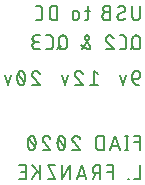
<source format=gbr>
G04 EAGLE Gerber RS-274X export*
G75*
%MOMM*%
%FSLAX34Y34*%
%LPD*%
%INSilkscreen Bottom*%
%IPPOS*%
%AMOC8*
5,1,8,0,0,1.08239X$1,22.5*%
G01*
%ADD10C,0.203200*%


D10*
X183984Y342984D02*
X183984Y334340D01*
X183982Y334227D01*
X183976Y334113D01*
X183967Y334000D01*
X183953Y333887D01*
X183936Y333775D01*
X183914Y333664D01*
X183889Y333553D01*
X183861Y333443D01*
X183828Y333334D01*
X183792Y333227D01*
X183752Y333121D01*
X183709Y333016D01*
X183662Y332912D01*
X183611Y332811D01*
X183557Y332711D01*
X183500Y332613D01*
X183439Y332517D01*
X183376Y332423D01*
X183309Y332332D01*
X183238Y332242D01*
X183165Y332155D01*
X183089Y332071D01*
X183010Y331990D01*
X182929Y331911D01*
X182845Y331835D01*
X182758Y331762D01*
X182668Y331691D01*
X182577Y331624D01*
X182483Y331561D01*
X182387Y331500D01*
X182289Y331443D01*
X182189Y331389D01*
X182088Y331338D01*
X181984Y331291D01*
X181879Y331248D01*
X181773Y331208D01*
X181666Y331172D01*
X181557Y331139D01*
X181447Y331111D01*
X181336Y331086D01*
X181225Y331064D01*
X181113Y331047D01*
X181000Y331033D01*
X180887Y331024D01*
X180773Y331018D01*
X180660Y331016D01*
X180547Y331018D01*
X180433Y331024D01*
X180320Y331033D01*
X180207Y331047D01*
X180095Y331064D01*
X179984Y331086D01*
X179873Y331111D01*
X179763Y331139D01*
X179654Y331172D01*
X179547Y331208D01*
X179441Y331248D01*
X179336Y331291D01*
X179232Y331338D01*
X179131Y331389D01*
X179031Y331443D01*
X178933Y331500D01*
X178837Y331561D01*
X178743Y331624D01*
X178652Y331691D01*
X178562Y331762D01*
X178475Y331835D01*
X178391Y331911D01*
X178310Y331990D01*
X178231Y332071D01*
X178155Y332155D01*
X178082Y332242D01*
X178011Y332332D01*
X177944Y332423D01*
X177881Y332517D01*
X177820Y332613D01*
X177763Y332711D01*
X177709Y332811D01*
X177658Y332912D01*
X177611Y333016D01*
X177568Y333121D01*
X177528Y333227D01*
X177492Y333334D01*
X177459Y333443D01*
X177431Y333553D01*
X177406Y333664D01*
X177384Y333775D01*
X177367Y333887D01*
X177353Y334000D01*
X177344Y334113D01*
X177338Y334227D01*
X177336Y334340D01*
X177335Y334340D02*
X177335Y342984D01*
X167395Y331016D02*
X167293Y331018D01*
X167191Y331024D01*
X167090Y331034D01*
X166989Y331047D01*
X166889Y331065D01*
X166789Y331086D01*
X166690Y331111D01*
X166592Y331140D01*
X166496Y331173D01*
X166401Y331209D01*
X166307Y331249D01*
X166215Y331292D01*
X166124Y331339D01*
X166036Y331390D01*
X165949Y331443D01*
X165865Y331500D01*
X165782Y331561D01*
X165703Y331624D01*
X165625Y331690D01*
X165550Y331759D01*
X165478Y331831D01*
X165409Y331906D01*
X165343Y331984D01*
X165280Y332063D01*
X165219Y332146D01*
X165162Y332230D01*
X165109Y332317D01*
X165058Y332405D01*
X165011Y332496D01*
X164968Y332588D01*
X164928Y332682D01*
X164892Y332777D01*
X164859Y332873D01*
X164830Y332971D01*
X164805Y333070D01*
X164784Y333170D01*
X164766Y333270D01*
X164753Y333371D01*
X164743Y333472D01*
X164737Y333574D01*
X164735Y333676D01*
X167395Y331016D02*
X167543Y331018D01*
X167691Y331024D01*
X167838Y331034D01*
X167985Y331047D01*
X168132Y331065D01*
X168278Y331086D01*
X168424Y331111D01*
X168569Y331140D01*
X168713Y331173D01*
X168857Y331209D01*
X168999Y331250D01*
X169140Y331294D01*
X169280Y331342D01*
X169419Y331393D01*
X169556Y331448D01*
X169692Y331507D01*
X169826Y331569D01*
X169958Y331635D01*
X170089Y331704D01*
X170218Y331777D01*
X170344Y331852D01*
X170469Y331932D01*
X170592Y332014D01*
X170712Y332100D01*
X170831Y332189D01*
X170946Y332281D01*
X171060Y332376D01*
X171170Y332474D01*
X171279Y332575D01*
X171384Y332678D01*
X171052Y340324D02*
X171050Y340426D01*
X171044Y340528D01*
X171034Y340629D01*
X171021Y340730D01*
X171003Y340830D01*
X170982Y340930D01*
X170957Y341029D01*
X170928Y341127D01*
X170895Y341223D01*
X170859Y341318D01*
X170819Y341412D01*
X170776Y341504D01*
X170729Y341595D01*
X170678Y341683D01*
X170625Y341770D01*
X170568Y341854D01*
X170507Y341937D01*
X170444Y342016D01*
X170378Y342094D01*
X170309Y342169D01*
X170237Y342241D01*
X170162Y342310D01*
X170084Y342376D01*
X170005Y342439D01*
X169922Y342500D01*
X169838Y342557D01*
X169751Y342610D01*
X169663Y342661D01*
X169572Y342708D01*
X169480Y342751D01*
X169386Y342791D01*
X169291Y342827D01*
X169195Y342860D01*
X169097Y342889D01*
X168998Y342914D01*
X168898Y342935D01*
X168798Y342953D01*
X168697Y342966D01*
X168596Y342976D01*
X168494Y342982D01*
X168392Y342984D01*
X168252Y342982D01*
X168113Y342976D01*
X167974Y342966D01*
X167835Y342953D01*
X167697Y342935D01*
X167559Y342914D01*
X167422Y342889D01*
X167285Y342860D01*
X167149Y342827D01*
X167015Y342790D01*
X166881Y342750D01*
X166749Y342706D01*
X166618Y342658D01*
X166488Y342606D01*
X166360Y342551D01*
X166233Y342493D01*
X166108Y342430D01*
X165985Y342365D01*
X165864Y342296D01*
X165745Y342223D01*
X165628Y342148D01*
X165513Y342069D01*
X165400Y341987D01*
X169721Y337997D02*
X169807Y338049D01*
X169890Y338105D01*
X169971Y338164D01*
X170050Y338225D01*
X170127Y338290D01*
X170201Y338357D01*
X170273Y338427D01*
X170342Y338500D01*
X170408Y338575D01*
X170471Y338652D01*
X170532Y338732D01*
X170589Y338814D01*
X170644Y338898D01*
X170695Y338984D01*
X170743Y339072D01*
X170788Y339161D01*
X170829Y339253D01*
X170867Y339345D01*
X170902Y339439D01*
X170933Y339534D01*
X170961Y339631D01*
X170984Y339728D01*
X171005Y339826D01*
X171021Y339925D01*
X171034Y340024D01*
X171044Y340124D01*
X171049Y340224D01*
X171051Y340324D01*
X166065Y336003D02*
X165979Y335951D01*
X165896Y335895D01*
X165815Y335836D01*
X165736Y335775D01*
X165659Y335710D01*
X165585Y335643D01*
X165513Y335573D01*
X165444Y335501D01*
X165378Y335425D01*
X165315Y335348D01*
X165254Y335268D01*
X165197Y335186D01*
X165142Y335102D01*
X165091Y335016D01*
X165043Y334928D01*
X164998Y334839D01*
X164957Y334747D01*
X164919Y334655D01*
X164884Y334561D01*
X164853Y334466D01*
X164825Y334369D01*
X164802Y334272D01*
X164781Y334174D01*
X164765Y334075D01*
X164752Y333976D01*
X164742Y333876D01*
X164737Y333776D01*
X164735Y333676D01*
X166065Y336003D02*
X169722Y337997D01*
X158521Y337665D02*
X155197Y337665D01*
X155197Y337664D02*
X155084Y337662D01*
X154970Y337656D01*
X154857Y337647D01*
X154744Y337633D01*
X154632Y337616D01*
X154521Y337594D01*
X154410Y337569D01*
X154300Y337541D01*
X154191Y337508D01*
X154084Y337472D01*
X153978Y337432D01*
X153873Y337389D01*
X153769Y337342D01*
X153668Y337291D01*
X153568Y337237D01*
X153470Y337180D01*
X153374Y337119D01*
X153280Y337056D01*
X153189Y336989D01*
X153099Y336918D01*
X153012Y336845D01*
X152928Y336769D01*
X152847Y336690D01*
X152768Y336609D01*
X152692Y336525D01*
X152619Y336438D01*
X152548Y336348D01*
X152481Y336257D01*
X152418Y336163D01*
X152357Y336067D01*
X152300Y335969D01*
X152246Y335869D01*
X152195Y335768D01*
X152148Y335664D01*
X152105Y335559D01*
X152065Y335453D01*
X152029Y335346D01*
X151996Y335237D01*
X151968Y335127D01*
X151943Y335016D01*
X151921Y334905D01*
X151904Y334793D01*
X151890Y334680D01*
X151881Y334567D01*
X151875Y334453D01*
X151873Y334340D01*
X151875Y334227D01*
X151881Y334113D01*
X151890Y334000D01*
X151904Y333887D01*
X151921Y333775D01*
X151943Y333664D01*
X151968Y333553D01*
X151996Y333443D01*
X152029Y333334D01*
X152065Y333227D01*
X152105Y333121D01*
X152148Y333016D01*
X152195Y332912D01*
X152246Y332811D01*
X152300Y332711D01*
X152357Y332613D01*
X152418Y332517D01*
X152481Y332423D01*
X152548Y332332D01*
X152619Y332242D01*
X152692Y332155D01*
X152768Y332071D01*
X152847Y331990D01*
X152928Y331911D01*
X153012Y331835D01*
X153099Y331762D01*
X153189Y331691D01*
X153280Y331624D01*
X153374Y331561D01*
X153470Y331500D01*
X153568Y331443D01*
X153668Y331389D01*
X153769Y331338D01*
X153873Y331291D01*
X153978Y331248D01*
X154084Y331208D01*
X154191Y331172D01*
X154300Y331139D01*
X154410Y331111D01*
X154521Y331086D01*
X154632Y331064D01*
X154744Y331047D01*
X154857Y331033D01*
X154970Y331024D01*
X155084Y331018D01*
X155197Y331016D01*
X158521Y331016D01*
X158521Y342984D01*
X155197Y342984D01*
X155095Y342982D01*
X154993Y342976D01*
X154892Y342966D01*
X154791Y342953D01*
X154691Y342935D01*
X154591Y342914D01*
X154492Y342889D01*
X154394Y342860D01*
X154298Y342827D01*
X154203Y342791D01*
X154109Y342751D01*
X154017Y342708D01*
X153926Y342661D01*
X153838Y342610D01*
X153751Y342557D01*
X153667Y342500D01*
X153584Y342439D01*
X153505Y342376D01*
X153427Y342310D01*
X153352Y342241D01*
X153280Y342169D01*
X153211Y342094D01*
X153145Y342016D01*
X153082Y341937D01*
X153021Y341854D01*
X152964Y341770D01*
X152911Y341683D01*
X152860Y341595D01*
X152813Y341504D01*
X152770Y341412D01*
X152730Y341318D01*
X152694Y341223D01*
X152661Y341127D01*
X152632Y341029D01*
X152607Y340930D01*
X152586Y340830D01*
X152568Y340730D01*
X152555Y340629D01*
X152545Y340528D01*
X152539Y340426D01*
X152537Y340324D01*
X152539Y340222D01*
X152545Y340120D01*
X152555Y340019D01*
X152568Y339918D01*
X152586Y339818D01*
X152607Y339718D01*
X152632Y339619D01*
X152661Y339521D01*
X152694Y339425D01*
X152730Y339330D01*
X152770Y339236D01*
X152813Y339144D01*
X152860Y339053D01*
X152911Y338965D01*
X152964Y338878D01*
X153021Y338794D01*
X153082Y338711D01*
X153145Y338632D01*
X153211Y338554D01*
X153280Y338479D01*
X153352Y338407D01*
X153427Y338338D01*
X153505Y338272D01*
X153584Y338209D01*
X153667Y338148D01*
X153751Y338091D01*
X153838Y338038D01*
X153926Y337987D01*
X154017Y337940D01*
X154109Y337897D01*
X154203Y337857D01*
X154298Y337821D01*
X154394Y337788D01*
X154492Y337759D01*
X154591Y337734D01*
X154691Y337713D01*
X154791Y337695D01*
X154892Y337682D01*
X154993Y337672D01*
X155095Y337666D01*
X155197Y337664D01*
X141218Y338995D02*
X137228Y338995D01*
X139888Y342984D02*
X139888Y333011D01*
X139886Y332924D01*
X139880Y332837D01*
X139871Y332751D01*
X139858Y332665D01*
X139841Y332579D01*
X139820Y332495D01*
X139796Y332411D01*
X139768Y332329D01*
X139736Y332248D01*
X139701Y332168D01*
X139663Y332090D01*
X139621Y332013D01*
X139576Y331939D01*
X139527Y331867D01*
X139476Y331797D01*
X139421Y331729D01*
X139364Y331663D01*
X139304Y331600D01*
X139241Y331540D01*
X139175Y331483D01*
X139107Y331428D01*
X139037Y331377D01*
X138965Y331328D01*
X138890Y331283D01*
X138814Y331241D01*
X138736Y331203D01*
X138656Y331168D01*
X138575Y331136D01*
X138493Y331108D01*
X138409Y331084D01*
X138325Y331063D01*
X138239Y331046D01*
X138153Y331033D01*
X138067Y331024D01*
X137980Y331018D01*
X137893Y331016D01*
X137228Y331016D01*
X132079Y333676D02*
X132079Y336335D01*
X132080Y336335D02*
X132078Y336437D01*
X132072Y336539D01*
X132062Y336640D01*
X132049Y336741D01*
X132031Y336841D01*
X132010Y336941D01*
X131985Y337040D01*
X131956Y337138D01*
X131923Y337234D01*
X131887Y337329D01*
X131847Y337423D01*
X131804Y337515D01*
X131757Y337606D01*
X131706Y337694D01*
X131653Y337781D01*
X131596Y337865D01*
X131535Y337948D01*
X131472Y338027D01*
X131406Y338105D01*
X131337Y338180D01*
X131265Y338252D01*
X131190Y338321D01*
X131112Y338387D01*
X131033Y338450D01*
X130950Y338511D01*
X130866Y338568D01*
X130779Y338621D01*
X130691Y338672D01*
X130600Y338719D01*
X130508Y338762D01*
X130414Y338802D01*
X130319Y338838D01*
X130223Y338871D01*
X130125Y338900D01*
X130026Y338925D01*
X129926Y338946D01*
X129826Y338964D01*
X129725Y338977D01*
X129624Y338987D01*
X129522Y338993D01*
X129420Y338995D01*
X129318Y338993D01*
X129216Y338987D01*
X129115Y338977D01*
X129014Y338964D01*
X128914Y338946D01*
X128814Y338925D01*
X128715Y338900D01*
X128617Y338871D01*
X128521Y338838D01*
X128426Y338802D01*
X128332Y338762D01*
X128240Y338719D01*
X128149Y338672D01*
X128061Y338621D01*
X127974Y338568D01*
X127890Y338511D01*
X127807Y338450D01*
X127728Y338387D01*
X127650Y338321D01*
X127575Y338252D01*
X127503Y338180D01*
X127434Y338105D01*
X127368Y338027D01*
X127305Y337948D01*
X127244Y337865D01*
X127187Y337781D01*
X127134Y337694D01*
X127083Y337606D01*
X127036Y337515D01*
X126993Y337423D01*
X126953Y337329D01*
X126917Y337234D01*
X126884Y337138D01*
X126855Y337040D01*
X126830Y336941D01*
X126809Y336841D01*
X126791Y336741D01*
X126778Y336640D01*
X126768Y336539D01*
X126762Y336437D01*
X126760Y336335D01*
X126760Y333676D01*
X126762Y333574D01*
X126768Y333472D01*
X126778Y333371D01*
X126791Y333270D01*
X126809Y333170D01*
X126830Y333070D01*
X126855Y332971D01*
X126884Y332873D01*
X126917Y332777D01*
X126953Y332682D01*
X126993Y332588D01*
X127036Y332496D01*
X127083Y332405D01*
X127134Y332317D01*
X127187Y332230D01*
X127244Y332146D01*
X127305Y332063D01*
X127368Y331984D01*
X127434Y331906D01*
X127503Y331831D01*
X127575Y331759D01*
X127650Y331690D01*
X127728Y331624D01*
X127807Y331561D01*
X127890Y331500D01*
X127974Y331443D01*
X128061Y331390D01*
X128149Y331339D01*
X128240Y331292D01*
X128332Y331249D01*
X128426Y331209D01*
X128521Y331173D01*
X128617Y331140D01*
X128715Y331111D01*
X128814Y331086D01*
X128914Y331065D01*
X129014Y331047D01*
X129115Y331034D01*
X129216Y331024D01*
X129318Y331018D01*
X129420Y331016D01*
X129522Y331018D01*
X129624Y331024D01*
X129725Y331034D01*
X129826Y331047D01*
X129926Y331065D01*
X130026Y331086D01*
X130125Y331111D01*
X130223Y331140D01*
X130319Y331173D01*
X130414Y331209D01*
X130508Y331249D01*
X130600Y331292D01*
X130691Y331339D01*
X130779Y331390D01*
X130866Y331443D01*
X130950Y331500D01*
X131033Y331561D01*
X131112Y331624D01*
X131190Y331690D01*
X131265Y331759D01*
X131337Y331831D01*
X131406Y331906D01*
X131472Y331984D01*
X131535Y332063D01*
X131596Y332146D01*
X131653Y332230D01*
X131706Y332317D01*
X131757Y332405D01*
X131804Y332496D01*
X131847Y332588D01*
X131887Y332682D01*
X131923Y332777D01*
X131956Y332873D01*
X131985Y332971D01*
X132010Y333070D01*
X132031Y333170D01*
X132049Y333270D01*
X132062Y333371D01*
X132072Y333472D01*
X132078Y333574D01*
X132080Y333676D01*
X113844Y331016D02*
X113844Y342984D01*
X110520Y342984D01*
X110407Y342982D01*
X110293Y342976D01*
X110180Y342967D01*
X110067Y342953D01*
X109955Y342936D01*
X109844Y342914D01*
X109733Y342889D01*
X109623Y342861D01*
X109514Y342828D01*
X109407Y342792D01*
X109301Y342752D01*
X109196Y342709D01*
X109092Y342662D01*
X108991Y342611D01*
X108891Y342557D01*
X108793Y342500D01*
X108697Y342439D01*
X108603Y342376D01*
X108512Y342309D01*
X108422Y342238D01*
X108335Y342165D01*
X108251Y342089D01*
X108170Y342010D01*
X108091Y341929D01*
X108015Y341845D01*
X107942Y341758D01*
X107871Y341668D01*
X107804Y341577D01*
X107741Y341483D01*
X107680Y341387D01*
X107623Y341289D01*
X107569Y341189D01*
X107518Y341088D01*
X107471Y340984D01*
X107428Y340879D01*
X107388Y340773D01*
X107352Y340666D01*
X107319Y340557D01*
X107291Y340447D01*
X107266Y340336D01*
X107244Y340225D01*
X107227Y340113D01*
X107213Y340000D01*
X107204Y339887D01*
X107198Y339773D01*
X107196Y339660D01*
X107195Y339660D02*
X107195Y334340D01*
X107196Y334340D02*
X107198Y334227D01*
X107204Y334113D01*
X107213Y334000D01*
X107227Y333887D01*
X107244Y333775D01*
X107266Y333664D01*
X107291Y333553D01*
X107319Y333443D01*
X107352Y333334D01*
X107388Y333227D01*
X107428Y333121D01*
X107471Y333016D01*
X107518Y332912D01*
X107569Y332811D01*
X107623Y332711D01*
X107680Y332613D01*
X107741Y332517D01*
X107804Y332423D01*
X107871Y332332D01*
X107942Y332242D01*
X108015Y332155D01*
X108091Y332071D01*
X108170Y331990D01*
X108251Y331911D01*
X108335Y331835D01*
X108422Y331762D01*
X108512Y331691D01*
X108603Y331624D01*
X108697Y331561D01*
X108793Y331500D01*
X108891Y331443D01*
X108991Y331389D01*
X109092Y331338D01*
X109196Y331291D01*
X109301Y331248D01*
X109407Y331208D01*
X109514Y331172D01*
X109623Y331139D01*
X109733Y331111D01*
X109844Y331086D01*
X109955Y331064D01*
X110067Y331047D01*
X110180Y331033D01*
X110293Y331024D01*
X110407Y331018D01*
X110520Y331016D01*
X113844Y331016D01*
X98216Y331016D02*
X95557Y331016D01*
X98216Y331016D02*
X98318Y331018D01*
X98420Y331024D01*
X98521Y331034D01*
X98622Y331047D01*
X98722Y331065D01*
X98822Y331086D01*
X98921Y331111D01*
X99019Y331140D01*
X99115Y331173D01*
X99210Y331209D01*
X99304Y331249D01*
X99396Y331292D01*
X99487Y331339D01*
X99575Y331390D01*
X99662Y331443D01*
X99746Y331500D01*
X99829Y331561D01*
X99908Y331624D01*
X99986Y331690D01*
X100061Y331759D01*
X100133Y331831D01*
X100202Y331906D01*
X100268Y331984D01*
X100331Y332063D01*
X100392Y332146D01*
X100449Y332230D01*
X100502Y332317D01*
X100553Y332405D01*
X100600Y332496D01*
X100643Y332588D01*
X100683Y332682D01*
X100719Y332777D01*
X100752Y332873D01*
X100781Y332971D01*
X100806Y333070D01*
X100827Y333170D01*
X100845Y333270D01*
X100858Y333371D01*
X100868Y333472D01*
X100874Y333574D01*
X100876Y333676D01*
X100876Y340324D01*
X100874Y340426D01*
X100868Y340528D01*
X100858Y340629D01*
X100845Y340730D01*
X100827Y340830D01*
X100806Y340930D01*
X100781Y341029D01*
X100752Y341127D01*
X100719Y341223D01*
X100683Y341318D01*
X100643Y341412D01*
X100600Y341504D01*
X100553Y341595D01*
X100502Y341683D01*
X100449Y341770D01*
X100392Y341854D01*
X100331Y341937D01*
X100268Y342016D01*
X100202Y342094D01*
X100133Y342169D01*
X100061Y342241D01*
X99986Y342310D01*
X99908Y342376D01*
X99829Y342439D01*
X99746Y342500D01*
X99662Y342557D01*
X99575Y342610D01*
X99487Y342661D01*
X99396Y342708D01*
X99304Y342751D01*
X99210Y342791D01*
X99115Y342827D01*
X99019Y342860D01*
X98921Y342889D01*
X98822Y342914D01*
X98722Y342935D01*
X98622Y342953D01*
X98521Y342966D01*
X98420Y342976D01*
X98318Y342982D01*
X98216Y342984D01*
X95557Y342984D01*
X177335Y281335D02*
X181324Y281335D01*
X181426Y281337D01*
X181528Y281343D01*
X181629Y281353D01*
X181730Y281366D01*
X181830Y281384D01*
X181930Y281405D01*
X182029Y281430D01*
X182127Y281459D01*
X182223Y281492D01*
X182318Y281528D01*
X182412Y281568D01*
X182504Y281611D01*
X182595Y281658D01*
X182683Y281709D01*
X182770Y281762D01*
X182854Y281819D01*
X182937Y281880D01*
X183016Y281943D01*
X183094Y282009D01*
X183169Y282078D01*
X183241Y282150D01*
X183310Y282225D01*
X183376Y282303D01*
X183439Y282382D01*
X183500Y282465D01*
X183557Y282549D01*
X183610Y282636D01*
X183661Y282724D01*
X183708Y282815D01*
X183751Y282907D01*
X183791Y283001D01*
X183827Y283096D01*
X183860Y283192D01*
X183889Y283290D01*
X183914Y283389D01*
X183935Y283489D01*
X183953Y283589D01*
X183966Y283690D01*
X183976Y283791D01*
X183982Y283893D01*
X183984Y283995D01*
X183984Y284660D01*
X183982Y284773D01*
X183976Y284887D01*
X183967Y285000D01*
X183953Y285113D01*
X183936Y285225D01*
X183914Y285336D01*
X183889Y285447D01*
X183861Y285557D01*
X183828Y285666D01*
X183792Y285773D01*
X183752Y285879D01*
X183709Y285984D01*
X183662Y286088D01*
X183611Y286189D01*
X183557Y286289D01*
X183500Y286387D01*
X183439Y286483D01*
X183376Y286577D01*
X183309Y286668D01*
X183238Y286758D01*
X183165Y286845D01*
X183089Y286929D01*
X183010Y287010D01*
X182929Y287089D01*
X182845Y287165D01*
X182758Y287238D01*
X182668Y287309D01*
X182577Y287376D01*
X182483Y287439D01*
X182387Y287500D01*
X182289Y287557D01*
X182189Y287611D01*
X182088Y287662D01*
X181984Y287709D01*
X181879Y287752D01*
X181773Y287792D01*
X181666Y287828D01*
X181557Y287861D01*
X181447Y287889D01*
X181336Y287914D01*
X181225Y287936D01*
X181113Y287953D01*
X181000Y287967D01*
X180887Y287976D01*
X180773Y287982D01*
X180660Y287984D01*
X180547Y287982D01*
X180433Y287976D01*
X180320Y287967D01*
X180207Y287953D01*
X180095Y287936D01*
X179984Y287914D01*
X179873Y287889D01*
X179763Y287861D01*
X179654Y287828D01*
X179547Y287792D01*
X179441Y287752D01*
X179336Y287709D01*
X179232Y287662D01*
X179131Y287611D01*
X179031Y287557D01*
X178933Y287500D01*
X178837Y287439D01*
X178743Y287376D01*
X178652Y287309D01*
X178562Y287238D01*
X178475Y287165D01*
X178391Y287089D01*
X178310Y287010D01*
X178231Y286929D01*
X178155Y286845D01*
X178082Y286758D01*
X178011Y286668D01*
X177944Y286577D01*
X177881Y286483D01*
X177820Y286387D01*
X177763Y286289D01*
X177709Y286189D01*
X177658Y286088D01*
X177611Y285984D01*
X177568Y285879D01*
X177528Y285773D01*
X177492Y285666D01*
X177459Y285557D01*
X177431Y285447D01*
X177406Y285336D01*
X177384Y285225D01*
X177367Y285113D01*
X177353Y285000D01*
X177344Y284887D01*
X177338Y284773D01*
X177336Y284660D01*
X177335Y284660D02*
X177335Y281335D01*
X177337Y281191D01*
X177343Y281047D01*
X177353Y280903D01*
X177366Y280760D01*
X177384Y280617D01*
X177405Y280474D01*
X177430Y280333D01*
X177459Y280192D01*
X177492Y280051D01*
X177529Y279912D01*
X177569Y279774D01*
X177613Y279637D01*
X177661Y279501D01*
X177713Y279366D01*
X177768Y279233D01*
X177827Y279102D01*
X177889Y278972D01*
X177955Y278844D01*
X178024Y278717D01*
X178096Y278593D01*
X178172Y278470D01*
X178252Y278350D01*
X178334Y278232D01*
X178420Y278116D01*
X178508Y278003D01*
X178600Y277892D01*
X178695Y277783D01*
X178792Y277677D01*
X178893Y277574D01*
X178996Y277473D01*
X179102Y277376D01*
X179211Y277281D01*
X179322Y277189D01*
X179435Y277101D01*
X179551Y277015D01*
X179669Y276933D01*
X179789Y276853D01*
X179912Y276777D01*
X180036Y276705D01*
X180163Y276636D01*
X180291Y276570D01*
X180421Y276508D01*
X180552Y276449D01*
X180685Y276394D01*
X180820Y276342D01*
X180956Y276294D01*
X181093Y276250D01*
X181231Y276210D01*
X181370Y276173D01*
X181511Y276140D01*
X181652Y276111D01*
X181793Y276086D01*
X181936Y276065D01*
X182079Y276047D01*
X182222Y276034D01*
X182366Y276024D01*
X182510Y276018D01*
X182654Y276016D01*
X171979Y283995D02*
X169320Y276016D01*
X166660Y283995D01*
X147864Y285324D02*
X144540Y287984D01*
X144540Y276016D01*
X147864Y276016D02*
X141215Y276016D01*
X131607Y287984D02*
X131500Y287982D01*
X131394Y287976D01*
X131287Y287967D01*
X131181Y287954D01*
X131076Y287936D01*
X130971Y287916D01*
X130867Y287891D01*
X130764Y287863D01*
X130662Y287831D01*
X130561Y287795D01*
X130462Y287756D01*
X130364Y287714D01*
X130268Y287668D01*
X130173Y287618D01*
X130080Y287565D01*
X129989Y287509D01*
X129901Y287450D01*
X129814Y287387D01*
X129730Y287322D01*
X129648Y287253D01*
X129568Y287182D01*
X129491Y287108D01*
X129417Y287031D01*
X129346Y286951D01*
X129277Y286869D01*
X129212Y286785D01*
X129149Y286698D01*
X129090Y286610D01*
X129034Y286519D01*
X128981Y286426D01*
X128931Y286331D01*
X128885Y286235D01*
X128843Y286137D01*
X128804Y286038D01*
X128768Y285937D01*
X128736Y285835D01*
X128708Y285732D01*
X128683Y285628D01*
X128663Y285523D01*
X128645Y285418D01*
X128632Y285312D01*
X128623Y285205D01*
X128617Y285099D01*
X128615Y284992D01*
X131607Y287984D02*
X131728Y287982D01*
X131849Y287976D01*
X131969Y287967D01*
X132089Y287954D01*
X132209Y287937D01*
X132328Y287916D01*
X132446Y287891D01*
X132564Y287863D01*
X132680Y287831D01*
X132796Y287796D01*
X132910Y287756D01*
X133023Y287714D01*
X133135Y287667D01*
X133245Y287618D01*
X133353Y287564D01*
X133460Y287508D01*
X133565Y287448D01*
X133668Y287385D01*
X133769Y287318D01*
X133868Y287249D01*
X133965Y287176D01*
X134059Y287101D01*
X134151Y287022D01*
X134240Y286941D01*
X134327Y286856D01*
X134411Y286770D01*
X134492Y286680D01*
X134570Y286588D01*
X134646Y286494D01*
X134718Y286397D01*
X134788Y286298D01*
X134854Y286197D01*
X134917Y286094D01*
X134977Y285989D01*
X135033Y285882D01*
X135087Y285774D01*
X135136Y285664D01*
X135182Y285552D01*
X135225Y285439D01*
X135264Y285324D01*
X129612Y282665D02*
X129535Y282741D01*
X129461Y282819D01*
X129389Y282901D01*
X129319Y282984D01*
X129253Y283070D01*
X129190Y283158D01*
X129129Y283248D01*
X129072Y283340D01*
X129018Y283434D01*
X128967Y283530D01*
X128919Y283627D01*
X128875Y283726D01*
X128834Y283826D01*
X128796Y283928D01*
X128762Y284031D01*
X128731Y284135D01*
X128704Y284240D01*
X128681Y284346D01*
X128661Y284452D01*
X128644Y284560D01*
X128631Y284667D01*
X128622Y284775D01*
X128617Y284884D01*
X128615Y284992D01*
X129613Y282665D02*
X135264Y276016D01*
X128615Y276016D01*
X120600Y276016D02*
X123259Y283995D01*
X117940Y283995D02*
X120600Y276016D01*
X95487Y287984D02*
X95380Y287982D01*
X95274Y287976D01*
X95167Y287967D01*
X95061Y287954D01*
X94956Y287936D01*
X94851Y287916D01*
X94747Y287891D01*
X94644Y287863D01*
X94542Y287831D01*
X94441Y287795D01*
X94342Y287756D01*
X94244Y287714D01*
X94148Y287668D01*
X94053Y287618D01*
X93960Y287565D01*
X93869Y287509D01*
X93781Y287450D01*
X93694Y287387D01*
X93610Y287322D01*
X93528Y287253D01*
X93448Y287182D01*
X93371Y287108D01*
X93297Y287031D01*
X93226Y286951D01*
X93157Y286869D01*
X93092Y286785D01*
X93029Y286698D01*
X92970Y286610D01*
X92914Y286519D01*
X92861Y286426D01*
X92811Y286331D01*
X92765Y286235D01*
X92723Y286137D01*
X92684Y286038D01*
X92648Y285937D01*
X92616Y285835D01*
X92588Y285732D01*
X92563Y285628D01*
X92543Y285523D01*
X92525Y285418D01*
X92512Y285312D01*
X92503Y285205D01*
X92497Y285099D01*
X92495Y284992D01*
X95487Y287984D02*
X95608Y287982D01*
X95729Y287976D01*
X95849Y287967D01*
X95969Y287954D01*
X96089Y287937D01*
X96208Y287916D01*
X96326Y287891D01*
X96444Y287863D01*
X96560Y287831D01*
X96676Y287796D01*
X96790Y287756D01*
X96903Y287714D01*
X97015Y287667D01*
X97125Y287618D01*
X97233Y287564D01*
X97340Y287508D01*
X97445Y287448D01*
X97548Y287385D01*
X97649Y287318D01*
X97748Y287249D01*
X97845Y287176D01*
X97939Y287101D01*
X98031Y287022D01*
X98120Y286941D01*
X98207Y286856D01*
X98291Y286770D01*
X98372Y286680D01*
X98450Y286588D01*
X98526Y286494D01*
X98598Y286397D01*
X98668Y286298D01*
X98734Y286197D01*
X98797Y286094D01*
X98857Y285989D01*
X98913Y285882D01*
X98967Y285774D01*
X99016Y285664D01*
X99062Y285552D01*
X99105Y285439D01*
X99144Y285324D01*
X93492Y282665D02*
X93415Y282741D01*
X93341Y282819D01*
X93269Y282901D01*
X93199Y282984D01*
X93133Y283070D01*
X93070Y283158D01*
X93009Y283248D01*
X92952Y283340D01*
X92898Y283434D01*
X92847Y283530D01*
X92799Y283627D01*
X92755Y283726D01*
X92714Y283826D01*
X92676Y283928D01*
X92642Y284031D01*
X92611Y284135D01*
X92584Y284240D01*
X92561Y284346D01*
X92541Y284452D01*
X92524Y284560D01*
X92511Y284667D01*
X92502Y284775D01*
X92497Y284884D01*
X92495Y284992D01*
X93493Y282665D02*
X99144Y276016D01*
X92495Y276016D01*
X86545Y282000D02*
X86542Y282235D01*
X86534Y282471D01*
X86520Y282706D01*
X86500Y282940D01*
X86475Y283175D01*
X86444Y283408D01*
X86408Y283641D01*
X86366Y283872D01*
X86318Y284103D01*
X86265Y284332D01*
X86207Y284560D01*
X86143Y284787D01*
X86074Y285012D01*
X85999Y285235D01*
X85919Y285457D01*
X85834Y285676D01*
X85744Y285894D01*
X85648Y286109D01*
X85548Y286322D01*
X85547Y286322D02*
X85513Y286414D01*
X85476Y286505D01*
X85435Y286595D01*
X85390Y286683D01*
X85342Y286768D01*
X85291Y286852D01*
X85236Y286934D01*
X85178Y287014D01*
X85117Y287091D01*
X85052Y287165D01*
X84985Y287237D01*
X84915Y287307D01*
X84843Y287373D01*
X84767Y287436D01*
X84690Y287497D01*
X84610Y287554D01*
X84527Y287608D01*
X84443Y287659D01*
X84356Y287706D01*
X84268Y287749D01*
X84178Y287790D01*
X84087Y287826D01*
X83994Y287859D01*
X83900Y287888D01*
X83805Y287913D01*
X83709Y287935D01*
X83612Y287953D01*
X83515Y287966D01*
X83417Y287976D01*
X83318Y287982D01*
X83220Y287984D01*
X83122Y287982D01*
X83023Y287976D01*
X82925Y287966D01*
X82828Y287953D01*
X82731Y287935D01*
X82635Y287913D01*
X82540Y287888D01*
X82446Y287859D01*
X82353Y287826D01*
X82262Y287790D01*
X82172Y287749D01*
X82084Y287706D01*
X81997Y287659D01*
X81913Y287608D01*
X81830Y287554D01*
X81750Y287497D01*
X81673Y287436D01*
X81597Y287373D01*
X81525Y287307D01*
X81455Y287237D01*
X81388Y287165D01*
X81323Y287091D01*
X81262Y287014D01*
X81204Y286934D01*
X81149Y286852D01*
X81098Y286768D01*
X81050Y286682D01*
X81005Y286595D01*
X80964Y286505D01*
X80927Y286414D01*
X80893Y286322D01*
X80793Y286109D01*
X80697Y285894D01*
X80607Y285676D01*
X80522Y285457D01*
X80442Y285235D01*
X80367Y285012D01*
X80298Y284787D01*
X80234Y284560D01*
X80176Y284332D01*
X80123Y284103D01*
X80075Y283872D01*
X80033Y283640D01*
X79997Y283408D01*
X79966Y283174D01*
X79941Y282940D01*
X79921Y282706D01*
X79907Y282471D01*
X79899Y282235D01*
X79896Y282000D01*
X86544Y282000D02*
X86541Y281765D01*
X86533Y281529D01*
X86519Y281294D01*
X86499Y281060D01*
X86474Y280826D01*
X86443Y280592D01*
X86407Y280359D01*
X86365Y280128D01*
X86317Y279897D01*
X86264Y279668D01*
X86206Y279440D01*
X86142Y279213D01*
X86073Y278988D01*
X85998Y278765D01*
X85918Y278543D01*
X85833Y278324D01*
X85743Y278106D01*
X85647Y277891D01*
X85547Y277678D01*
X85513Y277586D01*
X85476Y277495D01*
X85435Y277405D01*
X85390Y277317D01*
X85342Y277232D01*
X85291Y277148D01*
X85236Y277066D01*
X85178Y276986D01*
X85117Y276909D01*
X85052Y276835D01*
X84985Y276763D01*
X84915Y276693D01*
X84843Y276627D01*
X84767Y276564D01*
X84690Y276503D01*
X84610Y276446D01*
X84527Y276392D01*
X84443Y276341D01*
X84356Y276294D01*
X84268Y276250D01*
X84178Y276210D01*
X84087Y276174D01*
X83994Y276141D01*
X83900Y276112D01*
X83805Y276087D01*
X83709Y276065D01*
X83612Y276047D01*
X83515Y276034D01*
X83417Y276024D01*
X83318Y276018D01*
X83220Y276016D01*
X80892Y277678D02*
X80792Y277891D01*
X80696Y278106D01*
X80606Y278323D01*
X80521Y278543D01*
X80441Y278765D01*
X80366Y278988D01*
X80297Y279213D01*
X80233Y279440D01*
X80175Y279668D01*
X80122Y279897D01*
X80074Y280128D01*
X80032Y280359D01*
X79996Y280592D01*
X79965Y280825D01*
X79940Y281060D01*
X79920Y281294D01*
X79906Y281529D01*
X79898Y281765D01*
X79895Y282000D01*
X80893Y277678D02*
X80927Y277586D01*
X80964Y277495D01*
X81005Y277405D01*
X81050Y277317D01*
X81098Y277232D01*
X81149Y277148D01*
X81204Y277066D01*
X81262Y276986D01*
X81323Y276909D01*
X81388Y276835D01*
X81455Y276763D01*
X81525Y276693D01*
X81597Y276627D01*
X81673Y276564D01*
X81750Y276503D01*
X81830Y276446D01*
X81913Y276392D01*
X81997Y276341D01*
X82084Y276294D01*
X82172Y276250D01*
X82262Y276210D01*
X82353Y276174D01*
X82446Y276141D01*
X82540Y276112D01*
X82635Y276087D01*
X82731Y276065D01*
X82828Y276047D01*
X82925Y276034D01*
X83023Y276024D01*
X83122Y276018D01*
X83220Y276016D01*
X85879Y278676D02*
X80560Y285324D01*
X74539Y283995D02*
X71880Y276016D01*
X69220Y283995D01*
X183984Y232984D02*
X183984Y221016D01*
X183984Y232984D02*
X178665Y232984D01*
X178665Y227665D02*
X183984Y227665D01*
X172715Y232984D02*
X172715Y221016D01*
X174044Y221016D02*
X171385Y221016D01*
X171385Y232984D02*
X174044Y232984D01*
X162635Y232984D02*
X166624Y221016D01*
X158645Y221016D02*
X162635Y232984D01*
X159643Y224008D02*
X165627Y224008D01*
X152939Y221016D02*
X152939Y232984D01*
X149615Y232984D01*
X149502Y232982D01*
X149388Y232976D01*
X149275Y232967D01*
X149162Y232953D01*
X149050Y232936D01*
X148939Y232914D01*
X148828Y232889D01*
X148718Y232861D01*
X148609Y232828D01*
X148502Y232792D01*
X148396Y232752D01*
X148291Y232709D01*
X148187Y232662D01*
X148086Y232611D01*
X147986Y232557D01*
X147888Y232500D01*
X147792Y232439D01*
X147698Y232376D01*
X147607Y232309D01*
X147517Y232238D01*
X147430Y232165D01*
X147346Y232089D01*
X147265Y232010D01*
X147186Y231929D01*
X147110Y231845D01*
X147037Y231758D01*
X146966Y231668D01*
X146899Y231577D01*
X146836Y231483D01*
X146775Y231387D01*
X146718Y231289D01*
X146664Y231189D01*
X146613Y231088D01*
X146566Y230984D01*
X146523Y230879D01*
X146483Y230773D01*
X146447Y230666D01*
X146414Y230557D01*
X146386Y230447D01*
X146361Y230336D01*
X146339Y230225D01*
X146322Y230113D01*
X146308Y230000D01*
X146299Y229887D01*
X146293Y229773D01*
X146291Y229660D01*
X146290Y229660D02*
X146290Y224340D01*
X146291Y224340D02*
X146293Y224227D01*
X146299Y224113D01*
X146308Y224000D01*
X146322Y223887D01*
X146339Y223775D01*
X146361Y223664D01*
X146386Y223553D01*
X146414Y223443D01*
X146447Y223334D01*
X146483Y223227D01*
X146523Y223121D01*
X146566Y223016D01*
X146613Y222912D01*
X146664Y222811D01*
X146718Y222711D01*
X146775Y222613D01*
X146836Y222517D01*
X146899Y222423D01*
X146966Y222332D01*
X147037Y222242D01*
X147110Y222155D01*
X147186Y222071D01*
X147265Y221990D01*
X147346Y221911D01*
X147430Y221835D01*
X147517Y221762D01*
X147607Y221691D01*
X147698Y221624D01*
X147792Y221561D01*
X147888Y221500D01*
X147986Y221443D01*
X148086Y221389D01*
X148187Y221338D01*
X148291Y221291D01*
X148396Y221248D01*
X148502Y221208D01*
X148609Y221172D01*
X148718Y221139D01*
X148828Y221111D01*
X148939Y221086D01*
X149050Y221064D01*
X149162Y221047D01*
X149275Y221033D01*
X149388Y221024D01*
X149502Y221018D01*
X149615Y221016D01*
X152939Y221016D01*
X129542Y232984D02*
X129435Y232982D01*
X129329Y232976D01*
X129222Y232967D01*
X129116Y232954D01*
X129011Y232936D01*
X128906Y232916D01*
X128802Y232891D01*
X128699Y232863D01*
X128597Y232831D01*
X128496Y232795D01*
X128397Y232756D01*
X128299Y232714D01*
X128203Y232668D01*
X128108Y232618D01*
X128015Y232565D01*
X127924Y232509D01*
X127836Y232450D01*
X127749Y232387D01*
X127665Y232322D01*
X127583Y232253D01*
X127503Y232182D01*
X127426Y232108D01*
X127352Y232031D01*
X127281Y231951D01*
X127212Y231869D01*
X127147Y231785D01*
X127084Y231698D01*
X127025Y231610D01*
X126969Y231519D01*
X126916Y231426D01*
X126866Y231331D01*
X126820Y231235D01*
X126778Y231137D01*
X126739Y231038D01*
X126703Y230937D01*
X126671Y230835D01*
X126643Y230732D01*
X126618Y230628D01*
X126598Y230523D01*
X126580Y230418D01*
X126567Y230312D01*
X126558Y230205D01*
X126552Y230099D01*
X126550Y229992D01*
X129542Y232984D02*
X129663Y232982D01*
X129784Y232976D01*
X129904Y232967D01*
X130024Y232954D01*
X130144Y232937D01*
X130263Y232916D01*
X130381Y232891D01*
X130499Y232863D01*
X130615Y232831D01*
X130731Y232796D01*
X130845Y232756D01*
X130958Y232714D01*
X131070Y232667D01*
X131180Y232618D01*
X131288Y232564D01*
X131395Y232508D01*
X131500Y232448D01*
X131603Y232385D01*
X131704Y232318D01*
X131803Y232249D01*
X131900Y232176D01*
X131994Y232101D01*
X132086Y232022D01*
X132175Y231941D01*
X132262Y231856D01*
X132346Y231770D01*
X132427Y231680D01*
X132505Y231588D01*
X132581Y231494D01*
X132653Y231397D01*
X132723Y231298D01*
X132789Y231197D01*
X132852Y231094D01*
X132912Y230989D01*
X132968Y230882D01*
X133022Y230774D01*
X133071Y230664D01*
X133117Y230552D01*
X133160Y230439D01*
X133199Y230324D01*
X127547Y227665D02*
X127470Y227741D01*
X127396Y227819D01*
X127324Y227901D01*
X127254Y227984D01*
X127188Y228070D01*
X127125Y228158D01*
X127064Y228248D01*
X127007Y228340D01*
X126953Y228434D01*
X126902Y228530D01*
X126854Y228627D01*
X126810Y228726D01*
X126769Y228826D01*
X126731Y228928D01*
X126697Y229031D01*
X126666Y229135D01*
X126639Y229240D01*
X126616Y229346D01*
X126596Y229452D01*
X126579Y229560D01*
X126566Y229667D01*
X126557Y229775D01*
X126552Y229884D01*
X126550Y229992D01*
X127548Y227665D02*
X133199Y221016D01*
X126550Y221016D01*
X120600Y227000D02*
X120597Y227235D01*
X120589Y227471D01*
X120575Y227706D01*
X120555Y227940D01*
X120530Y228175D01*
X120499Y228408D01*
X120463Y228641D01*
X120421Y228872D01*
X120373Y229103D01*
X120320Y229332D01*
X120262Y229560D01*
X120198Y229787D01*
X120129Y230012D01*
X120054Y230235D01*
X119974Y230457D01*
X119889Y230676D01*
X119799Y230894D01*
X119703Y231109D01*
X119603Y231322D01*
X119602Y231322D02*
X119568Y231414D01*
X119531Y231505D01*
X119490Y231595D01*
X119445Y231683D01*
X119397Y231768D01*
X119346Y231852D01*
X119291Y231934D01*
X119233Y232014D01*
X119172Y232091D01*
X119107Y232165D01*
X119040Y232237D01*
X118970Y232307D01*
X118898Y232373D01*
X118822Y232436D01*
X118745Y232497D01*
X118665Y232554D01*
X118582Y232608D01*
X118498Y232659D01*
X118411Y232706D01*
X118323Y232749D01*
X118233Y232790D01*
X118142Y232826D01*
X118049Y232859D01*
X117955Y232888D01*
X117860Y232913D01*
X117764Y232935D01*
X117667Y232953D01*
X117570Y232966D01*
X117472Y232976D01*
X117373Y232982D01*
X117275Y232984D01*
X117177Y232982D01*
X117078Y232976D01*
X116980Y232966D01*
X116883Y232953D01*
X116786Y232935D01*
X116690Y232913D01*
X116595Y232888D01*
X116501Y232859D01*
X116408Y232826D01*
X116317Y232790D01*
X116227Y232749D01*
X116139Y232706D01*
X116052Y232659D01*
X115968Y232608D01*
X115885Y232554D01*
X115805Y232497D01*
X115728Y232436D01*
X115652Y232373D01*
X115580Y232307D01*
X115510Y232237D01*
X115443Y232165D01*
X115378Y232091D01*
X115317Y232014D01*
X115259Y231934D01*
X115204Y231852D01*
X115153Y231768D01*
X115105Y231682D01*
X115060Y231595D01*
X115019Y231505D01*
X114982Y231414D01*
X114948Y231322D01*
X114848Y231109D01*
X114752Y230894D01*
X114662Y230676D01*
X114577Y230457D01*
X114497Y230235D01*
X114422Y230012D01*
X114353Y229787D01*
X114289Y229560D01*
X114231Y229332D01*
X114178Y229103D01*
X114130Y228872D01*
X114088Y228640D01*
X114052Y228408D01*
X114021Y228174D01*
X113996Y227940D01*
X113976Y227706D01*
X113962Y227471D01*
X113954Y227235D01*
X113951Y227000D01*
X120599Y227000D02*
X120596Y226765D01*
X120588Y226529D01*
X120574Y226294D01*
X120554Y226060D01*
X120529Y225826D01*
X120498Y225592D01*
X120462Y225359D01*
X120420Y225128D01*
X120372Y224897D01*
X120319Y224668D01*
X120261Y224440D01*
X120197Y224213D01*
X120128Y223988D01*
X120053Y223765D01*
X119973Y223543D01*
X119888Y223324D01*
X119798Y223106D01*
X119702Y222891D01*
X119602Y222678D01*
X119568Y222586D01*
X119531Y222495D01*
X119490Y222405D01*
X119445Y222317D01*
X119397Y222232D01*
X119346Y222148D01*
X119291Y222066D01*
X119233Y221986D01*
X119172Y221909D01*
X119107Y221835D01*
X119040Y221763D01*
X118970Y221693D01*
X118898Y221627D01*
X118822Y221564D01*
X118745Y221503D01*
X118665Y221446D01*
X118582Y221392D01*
X118498Y221341D01*
X118411Y221294D01*
X118323Y221250D01*
X118233Y221210D01*
X118142Y221174D01*
X118049Y221141D01*
X117955Y221112D01*
X117860Y221087D01*
X117764Y221065D01*
X117667Y221047D01*
X117570Y221034D01*
X117472Y221024D01*
X117373Y221018D01*
X117275Y221016D01*
X114947Y222678D02*
X114847Y222891D01*
X114751Y223106D01*
X114661Y223323D01*
X114576Y223543D01*
X114496Y223765D01*
X114421Y223988D01*
X114352Y224213D01*
X114288Y224440D01*
X114230Y224668D01*
X114177Y224897D01*
X114129Y225128D01*
X114087Y225359D01*
X114051Y225592D01*
X114020Y225825D01*
X113995Y226060D01*
X113975Y226294D01*
X113961Y226529D01*
X113953Y226765D01*
X113950Y227000D01*
X114948Y222678D02*
X114982Y222586D01*
X115019Y222495D01*
X115060Y222405D01*
X115105Y222317D01*
X115153Y222232D01*
X115204Y222148D01*
X115259Y222066D01*
X115317Y221986D01*
X115378Y221909D01*
X115443Y221835D01*
X115510Y221763D01*
X115580Y221693D01*
X115652Y221627D01*
X115728Y221564D01*
X115805Y221503D01*
X115885Y221446D01*
X115968Y221392D01*
X116052Y221341D01*
X116139Y221294D01*
X116227Y221250D01*
X116317Y221210D01*
X116408Y221174D01*
X116501Y221141D01*
X116595Y221112D01*
X116690Y221087D01*
X116786Y221065D01*
X116883Y221047D01*
X116980Y221034D01*
X117078Y221024D01*
X117177Y221018D01*
X117275Y221016D01*
X119934Y223676D02*
X114615Y230324D01*
X104342Y232984D02*
X104235Y232982D01*
X104129Y232976D01*
X104022Y232967D01*
X103916Y232954D01*
X103811Y232936D01*
X103706Y232916D01*
X103602Y232891D01*
X103499Y232863D01*
X103397Y232831D01*
X103296Y232795D01*
X103197Y232756D01*
X103099Y232714D01*
X103003Y232668D01*
X102908Y232618D01*
X102815Y232565D01*
X102724Y232509D01*
X102636Y232450D01*
X102549Y232387D01*
X102465Y232322D01*
X102383Y232253D01*
X102303Y232182D01*
X102226Y232108D01*
X102152Y232031D01*
X102081Y231951D01*
X102012Y231869D01*
X101947Y231785D01*
X101884Y231698D01*
X101825Y231610D01*
X101769Y231519D01*
X101716Y231426D01*
X101666Y231331D01*
X101620Y231235D01*
X101578Y231137D01*
X101539Y231038D01*
X101503Y230937D01*
X101471Y230835D01*
X101443Y230732D01*
X101418Y230628D01*
X101398Y230523D01*
X101380Y230418D01*
X101367Y230312D01*
X101358Y230205D01*
X101352Y230099D01*
X101350Y229992D01*
X104342Y232984D02*
X104463Y232982D01*
X104584Y232976D01*
X104704Y232967D01*
X104824Y232954D01*
X104944Y232937D01*
X105063Y232916D01*
X105181Y232891D01*
X105299Y232863D01*
X105415Y232831D01*
X105531Y232796D01*
X105645Y232756D01*
X105758Y232714D01*
X105870Y232667D01*
X105980Y232618D01*
X106088Y232564D01*
X106195Y232508D01*
X106300Y232448D01*
X106403Y232385D01*
X106504Y232318D01*
X106603Y232249D01*
X106700Y232176D01*
X106794Y232101D01*
X106886Y232022D01*
X106975Y231941D01*
X107062Y231856D01*
X107146Y231770D01*
X107227Y231680D01*
X107305Y231588D01*
X107381Y231494D01*
X107453Y231397D01*
X107523Y231298D01*
X107589Y231197D01*
X107652Y231094D01*
X107712Y230989D01*
X107768Y230882D01*
X107822Y230774D01*
X107871Y230664D01*
X107917Y230552D01*
X107960Y230439D01*
X107999Y230324D01*
X102347Y227665D02*
X102270Y227741D01*
X102196Y227819D01*
X102124Y227901D01*
X102054Y227984D01*
X101988Y228070D01*
X101925Y228158D01*
X101864Y228248D01*
X101807Y228340D01*
X101753Y228434D01*
X101702Y228530D01*
X101654Y228627D01*
X101610Y228726D01*
X101569Y228826D01*
X101531Y228928D01*
X101497Y229031D01*
X101466Y229135D01*
X101439Y229240D01*
X101416Y229346D01*
X101396Y229452D01*
X101379Y229560D01*
X101366Y229667D01*
X101357Y229775D01*
X101352Y229884D01*
X101350Y229992D01*
X102348Y227665D02*
X107999Y221016D01*
X101350Y221016D01*
X95400Y227000D02*
X95397Y227235D01*
X95389Y227471D01*
X95375Y227706D01*
X95355Y227940D01*
X95330Y228175D01*
X95299Y228408D01*
X95263Y228641D01*
X95221Y228872D01*
X95173Y229103D01*
X95120Y229332D01*
X95062Y229560D01*
X94998Y229787D01*
X94929Y230012D01*
X94854Y230235D01*
X94774Y230457D01*
X94689Y230676D01*
X94599Y230894D01*
X94503Y231109D01*
X94403Y231322D01*
X94402Y231322D02*
X94368Y231414D01*
X94331Y231505D01*
X94290Y231595D01*
X94245Y231683D01*
X94197Y231768D01*
X94146Y231852D01*
X94091Y231934D01*
X94033Y232014D01*
X93972Y232091D01*
X93907Y232165D01*
X93840Y232237D01*
X93770Y232307D01*
X93698Y232373D01*
X93622Y232436D01*
X93545Y232497D01*
X93465Y232554D01*
X93382Y232608D01*
X93298Y232659D01*
X93211Y232706D01*
X93123Y232749D01*
X93033Y232790D01*
X92942Y232826D01*
X92849Y232859D01*
X92755Y232888D01*
X92660Y232913D01*
X92564Y232935D01*
X92467Y232953D01*
X92370Y232966D01*
X92272Y232976D01*
X92173Y232982D01*
X92075Y232984D01*
X91977Y232982D01*
X91878Y232976D01*
X91780Y232966D01*
X91683Y232953D01*
X91586Y232935D01*
X91490Y232913D01*
X91395Y232888D01*
X91301Y232859D01*
X91208Y232826D01*
X91117Y232790D01*
X91027Y232749D01*
X90939Y232706D01*
X90852Y232659D01*
X90768Y232608D01*
X90685Y232554D01*
X90605Y232497D01*
X90528Y232436D01*
X90452Y232373D01*
X90380Y232307D01*
X90310Y232237D01*
X90243Y232165D01*
X90178Y232091D01*
X90117Y232014D01*
X90059Y231934D01*
X90004Y231852D01*
X89953Y231768D01*
X89905Y231682D01*
X89860Y231595D01*
X89819Y231505D01*
X89782Y231414D01*
X89748Y231322D01*
X89648Y231109D01*
X89552Y230894D01*
X89462Y230676D01*
X89377Y230457D01*
X89297Y230235D01*
X89222Y230012D01*
X89153Y229787D01*
X89089Y229560D01*
X89031Y229332D01*
X88978Y229103D01*
X88930Y228872D01*
X88888Y228640D01*
X88852Y228408D01*
X88821Y228174D01*
X88796Y227940D01*
X88776Y227706D01*
X88762Y227471D01*
X88754Y227235D01*
X88751Y227000D01*
X95399Y227000D02*
X95396Y226765D01*
X95388Y226529D01*
X95374Y226294D01*
X95354Y226060D01*
X95329Y225826D01*
X95298Y225592D01*
X95262Y225359D01*
X95220Y225128D01*
X95172Y224897D01*
X95119Y224668D01*
X95061Y224440D01*
X94997Y224213D01*
X94928Y223988D01*
X94853Y223765D01*
X94773Y223543D01*
X94688Y223324D01*
X94598Y223106D01*
X94502Y222891D01*
X94402Y222678D01*
X94368Y222586D01*
X94331Y222495D01*
X94290Y222405D01*
X94245Y222317D01*
X94197Y222232D01*
X94146Y222148D01*
X94091Y222066D01*
X94033Y221986D01*
X93972Y221909D01*
X93907Y221835D01*
X93840Y221763D01*
X93770Y221693D01*
X93698Y221627D01*
X93622Y221564D01*
X93545Y221503D01*
X93465Y221446D01*
X93382Y221392D01*
X93298Y221341D01*
X93211Y221294D01*
X93123Y221250D01*
X93033Y221210D01*
X92942Y221174D01*
X92849Y221141D01*
X92755Y221112D01*
X92660Y221087D01*
X92564Y221065D01*
X92467Y221047D01*
X92370Y221034D01*
X92272Y221024D01*
X92173Y221018D01*
X92075Y221016D01*
X89747Y222678D02*
X89647Y222891D01*
X89551Y223106D01*
X89461Y223323D01*
X89376Y223543D01*
X89296Y223765D01*
X89221Y223988D01*
X89152Y224213D01*
X89088Y224440D01*
X89030Y224668D01*
X88977Y224897D01*
X88929Y225128D01*
X88887Y225359D01*
X88851Y225592D01*
X88820Y225825D01*
X88795Y226060D01*
X88775Y226294D01*
X88761Y226529D01*
X88753Y226765D01*
X88750Y227000D01*
X89748Y222678D02*
X89782Y222586D01*
X89819Y222495D01*
X89860Y222405D01*
X89905Y222317D01*
X89953Y222232D01*
X90004Y222148D01*
X90059Y222066D01*
X90117Y221986D01*
X90178Y221909D01*
X90243Y221835D01*
X90310Y221763D01*
X90380Y221693D01*
X90452Y221627D01*
X90528Y221564D01*
X90605Y221503D01*
X90685Y221446D01*
X90768Y221392D01*
X90852Y221341D01*
X90939Y221294D01*
X91027Y221250D01*
X91117Y221210D01*
X91208Y221174D01*
X91301Y221141D01*
X91395Y221112D01*
X91490Y221087D01*
X91586Y221065D01*
X91683Y221047D01*
X91780Y221034D01*
X91878Y221024D01*
X91977Y221018D01*
X92075Y221016D01*
X94734Y223676D02*
X89415Y230324D01*
X183984Y207984D02*
X183984Y196016D01*
X178665Y196016D01*
X174307Y196016D02*
X174307Y196681D01*
X173642Y196681D01*
X173642Y196016D01*
X174307Y196016D01*
X161304Y196016D02*
X161304Y207984D01*
X155985Y207984D01*
X155985Y202665D02*
X161304Y202665D01*
X150305Y207984D02*
X150305Y196016D01*
X150305Y207984D02*
X146980Y207984D01*
X146867Y207982D01*
X146753Y207976D01*
X146640Y207967D01*
X146527Y207953D01*
X146415Y207936D01*
X146304Y207914D01*
X146193Y207889D01*
X146083Y207861D01*
X145974Y207828D01*
X145867Y207792D01*
X145761Y207752D01*
X145656Y207709D01*
X145552Y207662D01*
X145451Y207611D01*
X145351Y207557D01*
X145253Y207500D01*
X145157Y207439D01*
X145063Y207376D01*
X144972Y207309D01*
X144882Y207238D01*
X144795Y207165D01*
X144711Y207089D01*
X144630Y207010D01*
X144551Y206929D01*
X144475Y206845D01*
X144402Y206758D01*
X144331Y206668D01*
X144264Y206577D01*
X144201Y206483D01*
X144140Y206387D01*
X144083Y206289D01*
X144029Y206189D01*
X143978Y206088D01*
X143931Y205984D01*
X143888Y205879D01*
X143848Y205773D01*
X143812Y205666D01*
X143779Y205557D01*
X143751Y205447D01*
X143726Y205336D01*
X143704Y205225D01*
X143687Y205113D01*
X143673Y205000D01*
X143664Y204887D01*
X143658Y204773D01*
X143656Y204660D01*
X143658Y204547D01*
X143664Y204433D01*
X143673Y204320D01*
X143687Y204207D01*
X143704Y204095D01*
X143726Y203984D01*
X143751Y203873D01*
X143779Y203763D01*
X143812Y203654D01*
X143848Y203547D01*
X143888Y203441D01*
X143931Y203336D01*
X143978Y203232D01*
X144029Y203131D01*
X144083Y203031D01*
X144140Y202933D01*
X144201Y202837D01*
X144264Y202743D01*
X144331Y202652D01*
X144402Y202562D01*
X144475Y202475D01*
X144551Y202391D01*
X144630Y202310D01*
X144711Y202231D01*
X144795Y202155D01*
X144882Y202082D01*
X144972Y202011D01*
X145063Y201944D01*
X145157Y201881D01*
X145253Y201820D01*
X145351Y201763D01*
X145451Y201709D01*
X145552Y201658D01*
X145656Y201611D01*
X145761Y201568D01*
X145867Y201528D01*
X145974Y201492D01*
X146083Y201459D01*
X146193Y201431D01*
X146304Y201406D01*
X146415Y201384D01*
X146527Y201367D01*
X146640Y201353D01*
X146753Y201344D01*
X146867Y201338D01*
X146980Y201336D01*
X146980Y201335D02*
X150305Y201335D01*
X146316Y201335D02*
X143656Y196016D01*
X138484Y196016D02*
X134495Y207984D01*
X130505Y196016D01*
X131503Y199008D02*
X137487Y199008D01*
X124799Y196016D02*
X124799Y207984D01*
X118150Y196016D01*
X118150Y207984D01*
X112199Y207984D02*
X105550Y207984D01*
X112199Y196016D01*
X105550Y196016D01*
X99337Y196016D02*
X99337Y207984D01*
X92688Y207984D02*
X99337Y200670D01*
X96677Y203330D02*
X92688Y196016D01*
X86964Y196016D02*
X81645Y196016D01*
X86964Y196016D02*
X86964Y207984D01*
X81645Y207984D01*
X82975Y202665D02*
X86964Y202665D01*
X183984Y309340D02*
X183984Y314660D01*
X183982Y314773D01*
X183976Y314887D01*
X183967Y315000D01*
X183953Y315113D01*
X183936Y315225D01*
X183914Y315336D01*
X183889Y315447D01*
X183861Y315557D01*
X183828Y315666D01*
X183792Y315773D01*
X183752Y315879D01*
X183709Y315984D01*
X183662Y316088D01*
X183611Y316189D01*
X183557Y316289D01*
X183500Y316387D01*
X183439Y316483D01*
X183376Y316577D01*
X183309Y316668D01*
X183238Y316758D01*
X183165Y316845D01*
X183089Y316929D01*
X183010Y317010D01*
X182929Y317089D01*
X182845Y317165D01*
X182758Y317238D01*
X182668Y317309D01*
X182577Y317376D01*
X182483Y317439D01*
X182387Y317500D01*
X182289Y317557D01*
X182189Y317611D01*
X182088Y317662D01*
X181984Y317709D01*
X181879Y317752D01*
X181773Y317792D01*
X181666Y317828D01*
X181557Y317861D01*
X181447Y317889D01*
X181336Y317914D01*
X181225Y317936D01*
X181113Y317953D01*
X181000Y317967D01*
X180887Y317976D01*
X180773Y317982D01*
X180660Y317984D01*
X180547Y317982D01*
X180433Y317976D01*
X180320Y317967D01*
X180207Y317953D01*
X180095Y317936D01*
X179984Y317914D01*
X179873Y317889D01*
X179763Y317861D01*
X179654Y317828D01*
X179547Y317792D01*
X179441Y317752D01*
X179336Y317709D01*
X179232Y317662D01*
X179131Y317611D01*
X179031Y317557D01*
X178933Y317500D01*
X178837Y317439D01*
X178743Y317376D01*
X178652Y317309D01*
X178562Y317238D01*
X178475Y317165D01*
X178391Y317089D01*
X178310Y317010D01*
X178231Y316929D01*
X178155Y316845D01*
X178082Y316758D01*
X178011Y316668D01*
X177944Y316577D01*
X177881Y316483D01*
X177820Y316387D01*
X177763Y316289D01*
X177709Y316189D01*
X177658Y316088D01*
X177611Y315984D01*
X177568Y315879D01*
X177528Y315773D01*
X177492Y315666D01*
X177459Y315557D01*
X177431Y315447D01*
X177406Y315336D01*
X177384Y315225D01*
X177367Y315113D01*
X177353Y315000D01*
X177344Y314887D01*
X177338Y314773D01*
X177336Y314660D01*
X177335Y314660D02*
X177335Y309340D01*
X177336Y309340D02*
X177338Y309227D01*
X177344Y309113D01*
X177353Y309000D01*
X177367Y308887D01*
X177384Y308775D01*
X177406Y308664D01*
X177431Y308553D01*
X177459Y308443D01*
X177492Y308334D01*
X177528Y308227D01*
X177568Y308121D01*
X177611Y308016D01*
X177658Y307912D01*
X177709Y307811D01*
X177763Y307711D01*
X177820Y307613D01*
X177881Y307517D01*
X177944Y307423D01*
X178011Y307332D01*
X178082Y307242D01*
X178155Y307155D01*
X178231Y307071D01*
X178310Y306990D01*
X178391Y306911D01*
X178475Y306835D01*
X178562Y306762D01*
X178652Y306691D01*
X178743Y306624D01*
X178837Y306561D01*
X178933Y306500D01*
X179031Y306443D01*
X179131Y306389D01*
X179232Y306338D01*
X179336Y306291D01*
X179441Y306248D01*
X179547Y306208D01*
X179654Y306172D01*
X179763Y306139D01*
X179873Y306111D01*
X179984Y306086D01*
X180095Y306064D01*
X180207Y306047D01*
X180320Y306033D01*
X180433Y306024D01*
X180547Y306018D01*
X180660Y306016D01*
X180773Y306018D01*
X180887Y306024D01*
X181000Y306033D01*
X181113Y306047D01*
X181225Y306064D01*
X181336Y306086D01*
X181447Y306111D01*
X181557Y306139D01*
X181666Y306172D01*
X181773Y306208D01*
X181879Y306248D01*
X181984Y306291D01*
X182088Y306338D01*
X182189Y306389D01*
X182289Y306443D01*
X182387Y306500D01*
X182483Y306561D01*
X182577Y306624D01*
X182668Y306691D01*
X182758Y306762D01*
X182845Y306835D01*
X182929Y306911D01*
X183010Y306990D01*
X183089Y307071D01*
X183165Y307155D01*
X183238Y307242D01*
X183309Y307332D01*
X183376Y307423D01*
X183439Y307517D01*
X183500Y307613D01*
X183557Y307711D01*
X183611Y307811D01*
X183662Y307912D01*
X183709Y308016D01*
X183752Y308121D01*
X183792Y308227D01*
X183828Y308334D01*
X183861Y308443D01*
X183889Y308553D01*
X183914Y308664D01*
X183936Y308775D01*
X183953Y308887D01*
X183967Y309000D01*
X183976Y309113D01*
X183982Y309227D01*
X183984Y309340D01*
X178665Y308676D02*
X176005Y306016D01*
X169391Y306016D02*
X166731Y306016D01*
X169391Y306016D02*
X169493Y306018D01*
X169595Y306024D01*
X169696Y306034D01*
X169797Y306047D01*
X169897Y306065D01*
X169997Y306086D01*
X170096Y306111D01*
X170194Y306140D01*
X170290Y306173D01*
X170385Y306209D01*
X170479Y306249D01*
X170571Y306292D01*
X170662Y306339D01*
X170750Y306390D01*
X170837Y306443D01*
X170921Y306500D01*
X171004Y306561D01*
X171083Y306624D01*
X171161Y306690D01*
X171236Y306759D01*
X171308Y306831D01*
X171377Y306906D01*
X171443Y306984D01*
X171506Y307063D01*
X171567Y307146D01*
X171624Y307230D01*
X171677Y307317D01*
X171728Y307405D01*
X171775Y307496D01*
X171818Y307588D01*
X171858Y307682D01*
X171894Y307777D01*
X171927Y307873D01*
X171956Y307971D01*
X171981Y308070D01*
X172002Y308170D01*
X172020Y308270D01*
X172033Y308371D01*
X172043Y308472D01*
X172049Y308574D01*
X172051Y308676D01*
X172050Y308676D02*
X172050Y315324D01*
X172051Y315324D02*
X172049Y315426D01*
X172043Y315528D01*
X172033Y315629D01*
X172020Y315730D01*
X172002Y315830D01*
X171981Y315930D01*
X171956Y316029D01*
X171927Y316127D01*
X171894Y316223D01*
X171858Y316318D01*
X171818Y316412D01*
X171775Y316504D01*
X171728Y316595D01*
X171677Y316683D01*
X171624Y316770D01*
X171567Y316854D01*
X171506Y316937D01*
X171443Y317016D01*
X171377Y317094D01*
X171308Y317169D01*
X171236Y317241D01*
X171161Y317310D01*
X171083Y317376D01*
X171004Y317439D01*
X170921Y317500D01*
X170837Y317557D01*
X170750Y317610D01*
X170662Y317661D01*
X170571Y317708D01*
X170479Y317751D01*
X170385Y317791D01*
X170290Y317827D01*
X170194Y317860D01*
X170096Y317889D01*
X169997Y317914D01*
X169897Y317935D01*
X169797Y317953D01*
X169696Y317966D01*
X169595Y317976D01*
X169493Y317982D01*
X169391Y317984D01*
X166731Y317984D01*
X157842Y317984D02*
X157735Y317982D01*
X157629Y317976D01*
X157522Y317967D01*
X157416Y317954D01*
X157311Y317936D01*
X157206Y317916D01*
X157102Y317891D01*
X156999Y317863D01*
X156897Y317831D01*
X156796Y317795D01*
X156697Y317756D01*
X156599Y317714D01*
X156503Y317668D01*
X156408Y317618D01*
X156315Y317565D01*
X156224Y317509D01*
X156136Y317450D01*
X156049Y317387D01*
X155965Y317322D01*
X155883Y317253D01*
X155803Y317182D01*
X155726Y317108D01*
X155652Y317031D01*
X155581Y316951D01*
X155512Y316869D01*
X155447Y316785D01*
X155384Y316698D01*
X155325Y316610D01*
X155269Y316519D01*
X155216Y316426D01*
X155166Y316331D01*
X155120Y316235D01*
X155078Y316137D01*
X155039Y316038D01*
X155003Y315937D01*
X154971Y315835D01*
X154943Y315732D01*
X154918Y315628D01*
X154898Y315523D01*
X154880Y315418D01*
X154867Y315312D01*
X154858Y315205D01*
X154852Y315099D01*
X154850Y314992D01*
X157842Y317984D02*
X157963Y317982D01*
X158084Y317976D01*
X158204Y317967D01*
X158324Y317954D01*
X158444Y317937D01*
X158563Y317916D01*
X158681Y317891D01*
X158799Y317863D01*
X158915Y317831D01*
X159031Y317796D01*
X159145Y317756D01*
X159258Y317714D01*
X159370Y317667D01*
X159480Y317618D01*
X159588Y317564D01*
X159695Y317508D01*
X159800Y317448D01*
X159903Y317385D01*
X160004Y317318D01*
X160103Y317249D01*
X160200Y317176D01*
X160294Y317101D01*
X160386Y317022D01*
X160475Y316941D01*
X160562Y316856D01*
X160646Y316770D01*
X160727Y316680D01*
X160805Y316588D01*
X160881Y316494D01*
X160953Y316397D01*
X161023Y316298D01*
X161089Y316197D01*
X161152Y316094D01*
X161212Y315989D01*
X161268Y315882D01*
X161322Y315774D01*
X161371Y315664D01*
X161417Y315552D01*
X161460Y315439D01*
X161499Y315324D01*
X155847Y312665D02*
X155770Y312741D01*
X155696Y312819D01*
X155624Y312901D01*
X155554Y312984D01*
X155488Y313070D01*
X155425Y313158D01*
X155364Y313248D01*
X155307Y313340D01*
X155253Y313434D01*
X155202Y313530D01*
X155154Y313627D01*
X155110Y313726D01*
X155069Y313826D01*
X155031Y313928D01*
X154997Y314031D01*
X154966Y314135D01*
X154939Y314240D01*
X154916Y314346D01*
X154896Y314452D01*
X154879Y314560D01*
X154866Y314667D01*
X154857Y314775D01*
X154852Y314884D01*
X154850Y314992D01*
X155847Y312665D02*
X161499Y306016D01*
X154850Y306016D01*
X140638Y314992D02*
X140683Y315066D01*
X140723Y315143D01*
X140761Y315221D01*
X140795Y315301D01*
X140825Y315382D01*
X140852Y315465D01*
X140875Y315548D01*
X140894Y315633D01*
X140910Y315718D01*
X140921Y315804D01*
X140929Y315891D01*
X140933Y315978D01*
X140934Y316064D01*
X140930Y316151D01*
X140923Y316237D01*
X140911Y316323D01*
X140896Y316409D01*
X140877Y316494D01*
X140855Y316577D01*
X140828Y316660D01*
X140799Y316742D01*
X140765Y316822D01*
X140728Y316900D01*
X140688Y316977D01*
X140644Y317052D01*
X140597Y317125D01*
X140546Y317195D01*
X140493Y317264D01*
X140437Y317330D01*
X140378Y317393D01*
X140316Y317454D01*
X140251Y317512D01*
X140184Y317567D01*
X140114Y317619D01*
X140043Y317668D01*
X139969Y317714D01*
X139893Y317756D01*
X139816Y317795D01*
X139736Y317830D01*
X139656Y317862D01*
X139574Y317891D01*
X139491Y317915D01*
X139406Y317936D01*
X139321Y317953D01*
X139236Y317967D01*
X139149Y317976D01*
X139063Y317982D01*
X138976Y317984D01*
X140638Y314992D02*
X134987Y306016D01*
X137314Y314992D02*
X137269Y315066D01*
X137228Y315143D01*
X137191Y315221D01*
X137157Y315301D01*
X137127Y315382D01*
X137100Y315465D01*
X137077Y315549D01*
X137058Y315633D01*
X137042Y315718D01*
X137031Y315804D01*
X137023Y315891D01*
X137019Y315978D01*
X137018Y316064D01*
X137022Y316151D01*
X137029Y316237D01*
X137041Y316324D01*
X137056Y316409D01*
X137075Y316494D01*
X137097Y316577D01*
X137124Y316660D01*
X137153Y316742D01*
X137187Y316822D01*
X137224Y316900D01*
X137264Y316977D01*
X137308Y317052D01*
X137355Y317125D01*
X137406Y317195D01*
X137459Y317264D01*
X137515Y317330D01*
X137574Y317393D01*
X137636Y317454D01*
X137701Y317512D01*
X137768Y317567D01*
X137838Y317619D01*
X137909Y317668D01*
X137983Y317714D01*
X138059Y317756D01*
X138136Y317795D01*
X138216Y317830D01*
X138296Y317862D01*
X138378Y317891D01*
X138461Y317915D01*
X138546Y317936D01*
X138631Y317953D01*
X138716Y317967D01*
X138803Y317976D01*
X138889Y317982D01*
X138976Y317984D01*
X141636Y308011D02*
X141634Y307924D01*
X141628Y307837D01*
X141619Y307751D01*
X141606Y307665D01*
X141589Y307579D01*
X141568Y307495D01*
X141544Y307411D01*
X141516Y307329D01*
X141484Y307248D01*
X141449Y307168D01*
X141411Y307090D01*
X141369Y307014D01*
X141324Y306939D01*
X141275Y306867D01*
X141224Y306797D01*
X141169Y306729D01*
X141112Y306663D01*
X141052Y306600D01*
X140989Y306540D01*
X140923Y306483D01*
X140855Y306428D01*
X140785Y306377D01*
X140713Y306328D01*
X140639Y306283D01*
X140562Y306241D01*
X140484Y306203D01*
X140404Y306168D01*
X140323Y306136D01*
X140241Y306108D01*
X140157Y306084D01*
X140073Y306063D01*
X139987Y306046D01*
X139901Y306033D01*
X139815Y306024D01*
X139728Y306018D01*
X139641Y306016D01*
X141635Y308011D02*
X141633Y308087D01*
X141628Y308164D01*
X141619Y308239D01*
X141607Y308315D01*
X141591Y308390D01*
X141572Y308464D01*
X141550Y308537D01*
X141524Y308608D01*
X141495Y308679D01*
X141463Y308748D01*
X141427Y308816D01*
X141389Y308882D01*
X141347Y308946D01*
X141303Y309008D01*
X137314Y314992D01*
X138644Y306348D02*
X138706Y306304D01*
X138770Y306262D01*
X138836Y306224D01*
X138904Y306188D01*
X138973Y306156D01*
X139044Y306127D01*
X139115Y306101D01*
X139188Y306079D01*
X139262Y306060D01*
X139337Y306044D01*
X139413Y306032D01*
X139488Y306023D01*
X139565Y306018D01*
X139641Y306016D01*
X138644Y306348D02*
X133657Y310005D01*
X121824Y309340D02*
X121824Y314660D01*
X121822Y314773D01*
X121816Y314887D01*
X121807Y315000D01*
X121793Y315113D01*
X121776Y315225D01*
X121754Y315336D01*
X121729Y315447D01*
X121701Y315557D01*
X121668Y315666D01*
X121632Y315773D01*
X121592Y315879D01*
X121549Y315984D01*
X121502Y316088D01*
X121451Y316189D01*
X121397Y316289D01*
X121340Y316387D01*
X121279Y316483D01*
X121216Y316577D01*
X121149Y316668D01*
X121078Y316758D01*
X121005Y316845D01*
X120929Y316929D01*
X120850Y317010D01*
X120769Y317089D01*
X120685Y317165D01*
X120598Y317238D01*
X120508Y317309D01*
X120417Y317376D01*
X120323Y317439D01*
X120227Y317500D01*
X120129Y317557D01*
X120029Y317611D01*
X119928Y317662D01*
X119824Y317709D01*
X119719Y317752D01*
X119613Y317792D01*
X119506Y317828D01*
X119397Y317861D01*
X119287Y317889D01*
X119176Y317914D01*
X119065Y317936D01*
X118953Y317953D01*
X118840Y317967D01*
X118727Y317976D01*
X118613Y317982D01*
X118500Y317984D01*
X118387Y317982D01*
X118273Y317976D01*
X118160Y317967D01*
X118047Y317953D01*
X117935Y317936D01*
X117824Y317914D01*
X117713Y317889D01*
X117603Y317861D01*
X117494Y317828D01*
X117387Y317792D01*
X117281Y317752D01*
X117176Y317709D01*
X117072Y317662D01*
X116971Y317611D01*
X116871Y317557D01*
X116773Y317500D01*
X116677Y317439D01*
X116583Y317376D01*
X116492Y317309D01*
X116402Y317238D01*
X116315Y317165D01*
X116231Y317089D01*
X116150Y317010D01*
X116071Y316929D01*
X115995Y316845D01*
X115922Y316758D01*
X115851Y316668D01*
X115784Y316577D01*
X115721Y316483D01*
X115660Y316387D01*
X115603Y316289D01*
X115549Y316189D01*
X115498Y316088D01*
X115451Y315984D01*
X115408Y315879D01*
X115368Y315773D01*
X115332Y315666D01*
X115299Y315557D01*
X115271Y315447D01*
X115246Y315336D01*
X115224Y315225D01*
X115207Y315113D01*
X115193Y315000D01*
X115184Y314887D01*
X115178Y314773D01*
X115176Y314660D01*
X115175Y314660D02*
X115175Y309340D01*
X115176Y309340D02*
X115178Y309227D01*
X115184Y309113D01*
X115193Y309000D01*
X115207Y308887D01*
X115224Y308775D01*
X115246Y308664D01*
X115271Y308553D01*
X115299Y308443D01*
X115332Y308334D01*
X115368Y308227D01*
X115408Y308121D01*
X115451Y308016D01*
X115498Y307912D01*
X115549Y307811D01*
X115603Y307711D01*
X115660Y307613D01*
X115721Y307517D01*
X115784Y307423D01*
X115851Y307332D01*
X115922Y307242D01*
X115995Y307155D01*
X116071Y307071D01*
X116150Y306990D01*
X116231Y306911D01*
X116315Y306835D01*
X116402Y306762D01*
X116492Y306691D01*
X116583Y306624D01*
X116677Y306561D01*
X116773Y306500D01*
X116871Y306443D01*
X116971Y306389D01*
X117072Y306338D01*
X117176Y306291D01*
X117281Y306248D01*
X117387Y306208D01*
X117494Y306172D01*
X117603Y306139D01*
X117713Y306111D01*
X117824Y306086D01*
X117935Y306064D01*
X118047Y306047D01*
X118160Y306033D01*
X118273Y306024D01*
X118387Y306018D01*
X118500Y306016D01*
X118613Y306018D01*
X118727Y306024D01*
X118840Y306033D01*
X118953Y306047D01*
X119065Y306064D01*
X119176Y306086D01*
X119287Y306111D01*
X119397Y306139D01*
X119506Y306172D01*
X119613Y306208D01*
X119719Y306248D01*
X119824Y306291D01*
X119928Y306338D01*
X120029Y306389D01*
X120129Y306443D01*
X120227Y306500D01*
X120323Y306561D01*
X120417Y306624D01*
X120508Y306691D01*
X120598Y306762D01*
X120685Y306835D01*
X120769Y306911D01*
X120850Y306990D01*
X120929Y307071D01*
X121005Y307155D01*
X121078Y307242D01*
X121149Y307332D01*
X121216Y307423D01*
X121279Y307517D01*
X121340Y307613D01*
X121397Y307711D01*
X121451Y307811D01*
X121502Y307912D01*
X121549Y308016D01*
X121592Y308121D01*
X121632Y308227D01*
X121668Y308334D01*
X121701Y308443D01*
X121729Y308553D01*
X121754Y308664D01*
X121776Y308775D01*
X121793Y308887D01*
X121807Y309000D01*
X121816Y309113D01*
X121822Y309227D01*
X121824Y309340D01*
X116505Y308676D02*
X113845Y306016D01*
X107231Y306016D02*
X104571Y306016D01*
X107231Y306016D02*
X107333Y306018D01*
X107435Y306024D01*
X107536Y306034D01*
X107637Y306047D01*
X107737Y306065D01*
X107837Y306086D01*
X107936Y306111D01*
X108034Y306140D01*
X108130Y306173D01*
X108225Y306209D01*
X108319Y306249D01*
X108411Y306292D01*
X108502Y306339D01*
X108590Y306390D01*
X108677Y306443D01*
X108761Y306500D01*
X108844Y306561D01*
X108923Y306624D01*
X109001Y306690D01*
X109076Y306759D01*
X109148Y306831D01*
X109217Y306906D01*
X109283Y306984D01*
X109346Y307063D01*
X109407Y307146D01*
X109464Y307230D01*
X109517Y307317D01*
X109568Y307405D01*
X109615Y307496D01*
X109658Y307588D01*
X109698Y307682D01*
X109734Y307777D01*
X109767Y307873D01*
X109796Y307971D01*
X109821Y308070D01*
X109842Y308170D01*
X109860Y308270D01*
X109873Y308371D01*
X109883Y308472D01*
X109889Y308574D01*
X109891Y308676D01*
X109890Y308676D02*
X109890Y315324D01*
X109891Y315324D02*
X109889Y315426D01*
X109883Y315528D01*
X109873Y315629D01*
X109860Y315730D01*
X109842Y315830D01*
X109821Y315930D01*
X109796Y316029D01*
X109767Y316127D01*
X109734Y316223D01*
X109698Y316318D01*
X109658Y316412D01*
X109615Y316504D01*
X109568Y316595D01*
X109517Y316683D01*
X109464Y316770D01*
X109407Y316854D01*
X109346Y316937D01*
X109283Y317016D01*
X109217Y317094D01*
X109148Y317169D01*
X109076Y317241D01*
X109001Y317310D01*
X108923Y317376D01*
X108844Y317439D01*
X108761Y317500D01*
X108677Y317557D01*
X108590Y317610D01*
X108502Y317661D01*
X108411Y317708D01*
X108319Y317751D01*
X108225Y317791D01*
X108130Y317827D01*
X108034Y317860D01*
X107936Y317889D01*
X107837Y317914D01*
X107737Y317935D01*
X107637Y317953D01*
X107536Y317966D01*
X107435Y317976D01*
X107333Y317982D01*
X107231Y317984D01*
X104571Y317984D01*
X99339Y306016D02*
X96014Y306016D01*
X95901Y306018D01*
X95787Y306024D01*
X95674Y306033D01*
X95561Y306047D01*
X95449Y306064D01*
X95338Y306086D01*
X95227Y306111D01*
X95117Y306139D01*
X95008Y306172D01*
X94901Y306208D01*
X94795Y306248D01*
X94690Y306291D01*
X94586Y306338D01*
X94485Y306389D01*
X94385Y306443D01*
X94287Y306500D01*
X94191Y306561D01*
X94097Y306624D01*
X94006Y306691D01*
X93916Y306762D01*
X93829Y306835D01*
X93745Y306911D01*
X93664Y306990D01*
X93585Y307071D01*
X93509Y307155D01*
X93436Y307242D01*
X93365Y307332D01*
X93298Y307423D01*
X93235Y307517D01*
X93174Y307613D01*
X93117Y307711D01*
X93063Y307811D01*
X93012Y307912D01*
X92965Y308016D01*
X92922Y308121D01*
X92882Y308227D01*
X92846Y308334D01*
X92813Y308443D01*
X92785Y308553D01*
X92760Y308664D01*
X92738Y308775D01*
X92721Y308887D01*
X92707Y309000D01*
X92698Y309113D01*
X92692Y309227D01*
X92690Y309340D01*
X92692Y309453D01*
X92698Y309567D01*
X92707Y309680D01*
X92721Y309793D01*
X92738Y309905D01*
X92760Y310016D01*
X92785Y310127D01*
X92813Y310237D01*
X92846Y310346D01*
X92882Y310453D01*
X92922Y310559D01*
X92965Y310664D01*
X93012Y310768D01*
X93063Y310869D01*
X93117Y310969D01*
X93174Y311067D01*
X93235Y311163D01*
X93298Y311257D01*
X93365Y311348D01*
X93436Y311438D01*
X93509Y311525D01*
X93585Y311609D01*
X93664Y311690D01*
X93745Y311769D01*
X93829Y311845D01*
X93916Y311918D01*
X94006Y311989D01*
X94097Y312056D01*
X94191Y312119D01*
X94287Y312180D01*
X94385Y312237D01*
X94485Y312291D01*
X94586Y312342D01*
X94690Y312389D01*
X94795Y312432D01*
X94901Y312472D01*
X95008Y312508D01*
X95117Y312541D01*
X95227Y312569D01*
X95338Y312594D01*
X95449Y312616D01*
X95561Y312633D01*
X95674Y312647D01*
X95787Y312656D01*
X95901Y312662D01*
X96014Y312664D01*
X95350Y317984D02*
X99339Y317984D01*
X95350Y317984D02*
X95248Y317982D01*
X95146Y317976D01*
X95045Y317966D01*
X94944Y317953D01*
X94844Y317935D01*
X94744Y317914D01*
X94645Y317889D01*
X94547Y317860D01*
X94451Y317827D01*
X94356Y317791D01*
X94262Y317751D01*
X94170Y317708D01*
X94079Y317661D01*
X93991Y317610D01*
X93904Y317557D01*
X93820Y317500D01*
X93737Y317439D01*
X93658Y317376D01*
X93580Y317310D01*
X93505Y317241D01*
X93433Y317169D01*
X93364Y317094D01*
X93298Y317016D01*
X93235Y316937D01*
X93174Y316854D01*
X93117Y316770D01*
X93064Y316683D01*
X93013Y316595D01*
X92966Y316504D01*
X92923Y316412D01*
X92883Y316318D01*
X92847Y316223D01*
X92814Y316127D01*
X92785Y316029D01*
X92760Y315930D01*
X92739Y315830D01*
X92721Y315730D01*
X92708Y315629D01*
X92698Y315528D01*
X92692Y315426D01*
X92690Y315324D01*
X92692Y315222D01*
X92698Y315120D01*
X92708Y315019D01*
X92721Y314918D01*
X92739Y314818D01*
X92760Y314718D01*
X92785Y314619D01*
X92814Y314521D01*
X92847Y314425D01*
X92883Y314330D01*
X92923Y314236D01*
X92966Y314144D01*
X93013Y314053D01*
X93064Y313965D01*
X93117Y313878D01*
X93174Y313794D01*
X93235Y313711D01*
X93298Y313632D01*
X93364Y313554D01*
X93433Y313479D01*
X93505Y313407D01*
X93580Y313338D01*
X93658Y313272D01*
X93737Y313209D01*
X93820Y313148D01*
X93904Y313091D01*
X93991Y313038D01*
X94079Y312987D01*
X94170Y312940D01*
X94262Y312897D01*
X94356Y312857D01*
X94451Y312821D01*
X94547Y312788D01*
X94645Y312759D01*
X94744Y312734D01*
X94844Y312713D01*
X94944Y312695D01*
X95045Y312682D01*
X95146Y312672D01*
X95248Y312666D01*
X95350Y312664D01*
X95350Y312665D02*
X98009Y312665D01*
M02*

</source>
